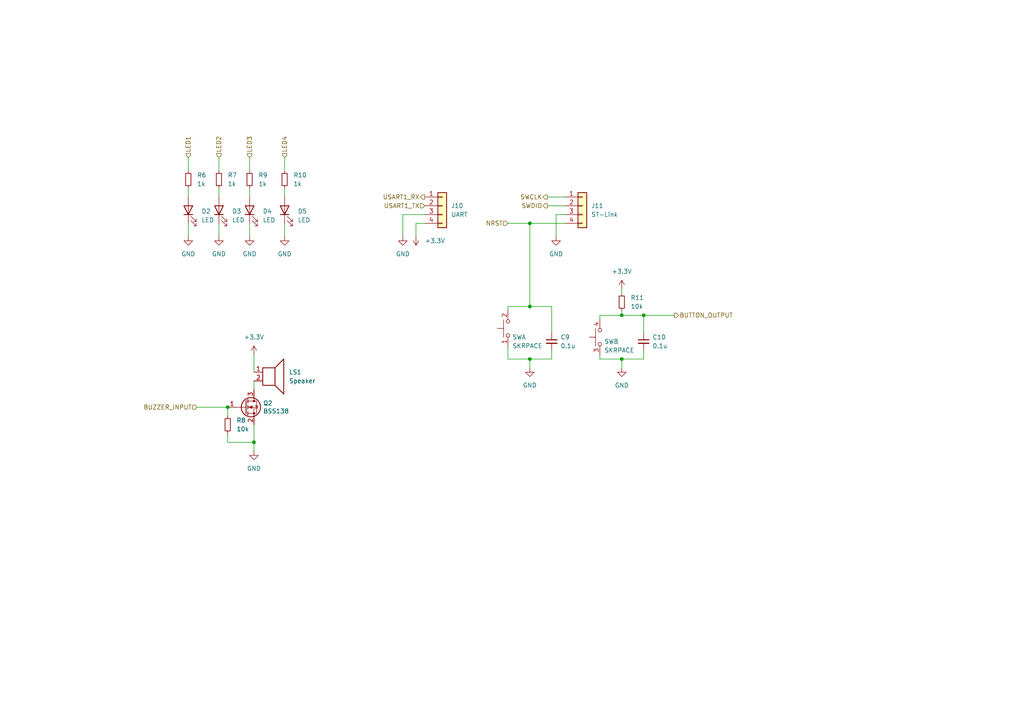
<source format=kicad_sch>
(kicad_sch (version 20211123) (generator eeschema)
  (paper "A4")
  (lib_symbols
    (symbol "Connector_Generic:Conn_01x04" (pin_names (offset 1.016) hide)
      (property "Reference" "J" (at 0 5.08 0))
      (property "Value" "Conn_01x04" (at 0 -7.62 0))
      (symbol "Conn_01x04_1_1"
        (rectangle (start -1.27 -4.953) (end 0 -5.207) (stroke (width 0.1524)))
        (rectangle (start -1.27 -2.413) (end 0 -2.667) (stroke (width 0.1524)))
        (rectangle (start -1.27 0.127) (end 0 -0.127) (stroke (width 0.1524)))
        (rectangle (start -1.27 2.667) (end 0 2.413) (stroke (width 0.1524)))
        (rectangle (start -1.27 3.81) (end 1.27 -6.35) (stroke (width 0.254)) (fill (type background)))
        (pin passive line (at -5.08 2.54 0) (length 3.81) (name "Pin_1") (number "1"))
        (pin passive line (at -5.08 0 0) (length 3.81) (name "Pin_2") (number "2"))
        (pin passive line (at -5.08 -2.54 0) (length 3.81) (name "Pin_3") (number "3"))
        (pin passive line (at -5.08 -5.08 0) (length 3.81) (name "Pin_4") (number "4"))
      )
    )
    (symbol "Device:C_Small" (pin_numbers hide) (pin_names (offset 0.254) hide)
      (property "Reference" "C" (at 0.254 1.778 0))
      (property "Value" "C_Small" (at 0.254 -2.032 0))
      (symbol "C_Small_0_1"
        (polyline (pts (xy -1.524 -0.508) (xy 1.524 -0.508)) (stroke (width 0.3302)))
        (polyline (pts (xy -1.524 0.508) (xy 1.524 0.508)) (stroke (width 0.3048)))
      )
      (symbol "C_Small_1_1"
        (pin passive line (at 0 2.54 270) (length 2.032) (name "~") (number "1"))
        (pin passive line (at 0 -2.54 90) (length 2.032) (name "~") (number "2"))
      )
    )
    (symbol "Device:LED" (pin_numbers hide) (pin_names (offset 1.016) hide)
      (property "Reference" "D" (at 0 2.54 0))
      (property "Value" "LED" (at 0 -2.54 0))
      (symbol "LED_0_1"
        (polyline (pts (xy -1.27 -1.27) (xy -1.27 1.27)) (stroke (width 0.254)))
        (polyline (pts (xy -1.27 0) (xy 1.27 0)))
        (polyline (pts (xy 1.27 -1.27) (xy 1.27 1.27) (xy -1.27 0) (xy 1.27 -1.27)) (stroke (width 0.254)))
        (polyline (pts (xy -3.048 -0.762) (xy -4.572 -2.286) (xy -3.81 -2.286) (xy -4.572 -2.286) (xy -4.572 -1.524)))
        (polyline (pts (xy -1.778 -0.762) (xy -3.302 -2.286) (xy -2.54 -2.286) (xy -3.302 -2.286) (xy -3.302 -1.524)))
      )
      (symbol "LED_1_1"
        (pin passive line (at -3.81 0 0) (length 2.54) (name "K") (number "1"))
        (pin passive line (at 3.81 0 180) (length 2.54) (name "A") (number "2"))
      )
    )
    (symbol "Device:R_Small" (pin_numbers hide) (pin_names (offset 0.254) hide)
      (property "Reference" "R" (at 0.762 0.508 0))
      (property "Value" "R_Small" (at 0.762 -1.016 0))
      (symbol "R_Small_0_1"
        (rectangle (start -0.762 1.778) (end 0.762 -1.778) (stroke (width 0.2032)))
      )
      (symbol "R_Small_1_1"
        (pin passive line (at 0 2.54 270) (length 0.762) (name "~") (number "1"))
        (pin passive line (at 0 -2.54 90) (length 0.762) (name "~") (number "2"))
      )
    )
    (symbol "Device:Speaker" (pin_names (offset 0) hide)
      (property "Reference" "LS" (at 1.27 5.715 0))
      (property "Value" "Speaker" (at 1.27 3.81 0))
      (symbol "Speaker_0_0"
        (rectangle (start -2.54 1.27) (end 1.016 -3.81) (stroke (width 0.254)))
        (polyline (pts (xy 1.016 1.27) (xy 3.556 3.81) (xy 3.556 -6.35) (xy 1.016 -3.81)) (stroke (width 0.254)))
      )
      (symbol "Speaker_1_1"
        (pin input line (at -5.08 0 0) (length 2.54) (name "1") (number "1"))
        (pin input line (at -5.08 -2.54 0) (length 2.54) (name "2") (number "2"))
      )
    )
    (symbol "Switch:SW_Push_Dual_x2" (pin_names (offset 1.016) hide)
      (property "Reference" "SW" (at 1.27 2.54 0))
      (property "Value" "SW_Push_Dual_x2" (at 0 -1.524 0))
      (symbol "SW_Push_Dual_x2_0_1"
        (circle (center -2.032 0) (radius 0.508))
        (polyline (pts (xy 0 1.27) (xy 0 3.048)))
        (polyline (pts (xy 2.54 1.27) (xy -2.54 1.27)))
        (circle (center 2.032 0) (radius 0.508))
      )
      (symbol "SW_Push_Dual_x2_1_1"
        (pin passive line (at -5.08 0 0) (length 2.54) (name "C") (number "1"))
        (pin passive line (at 5.08 0 180) (length 2.54) (name "D") (number "2"))
      )
      (symbol "SW_Push_Dual_x2_2_1"
        (pin passive line (at -5.08 0 0) (length 2.54) (name "C") (number "3"))
        (pin passive line (at 5.08 0 180) (length 2.54) (name "D") (number "4"))
      )
    )
    (symbol "Transistor_FET:BSS138" (pin_names hide)
      (property "Reference" "Q" (at 5.08 1.905 0))
      (property "Value" "BSS138" (at 5.08 0 0))
      (symbol "BSS138_0_1"
        (polyline (pts (xy 0.254 0) (xy -2.54 0)))
        (polyline (pts (xy 0.254 1.905) (xy 0.254 -1.905)) (stroke (width 0.254)))
        (polyline (pts (xy 0.762 -1.27) (xy 0.762 -2.286)) (stroke (width 0.254)))
        (polyline (pts (xy 0.762 0.508) (xy 0.762 -0.508)) (stroke (width 0.254)))
        (polyline (pts (xy 0.762 2.286) (xy 0.762 1.27)) (stroke (width 0.254)))
        (polyline (pts (xy 2.54 2.54) (xy 2.54 1.778)))
        (polyline (pts (xy 2.54 -2.54) (xy 2.54 0) (xy 0.762 0)))
        (polyline (pts (xy 0.762 -1.778) (xy 3.302 -1.778) (xy 3.302 1.778) (xy 0.762 1.778)))
        (polyline (pts (xy 1.016 0) (xy 2.032 0.381) (xy 2.032 -0.381) (xy 1.016 0)) (fill (type outline)))
        (polyline (pts (xy 2.794 0.508) (xy 2.921 0.381) (xy 3.683 0.381) (xy 3.81 0.254)))
        (polyline (pts (xy 3.302 0.381) (xy 2.921 -0.254) (xy 3.683 -0.254) (xy 3.302 0.381)))
        (circle (center 1.651 0) (radius 2.794) (stroke (width 0.254)))
        (circle (center 2.54 -1.778) (radius 0.254) (fill (type outline)))
        (circle (center 2.54 1.778) (radius 0.254) (fill (type outline)))
      )
      (symbol "BSS138_1_1"
        (pin input line (at -5.08 0 0) (length 2.54) (name "G") (number "1"))
        (pin passive line (at 2.54 -5.08 90) (length 2.54) (name "S") (number "2"))
        (pin passive line (at 2.54 5.08 270) (length 2.54) (name "D") (number "3"))
      )
    )
    (symbol "power:+3.3V" (power) (pin_names (offset 0))
      (property "Value" "+3.3V" (at 0 3.556 0))
      (symbol "+3.3V_0_1"
        (polyline (pts (xy -0.762 1.27) (xy 0 2.54)))
        (polyline (pts (xy 0 0) (xy 0 2.54)))
        (polyline (pts (xy 0 2.54) (xy 0.762 1.27)))
      )
      (symbol "+3.3V_1_1"
        (pin power_in line (at 0 0 90) (length 0) hide (name "+3.3V") (number "1"))
      )
    )
    (symbol "power:GND" (power) (pin_names (offset 0))
      (property "Value" "GND" (at 0 -3.81 0))
      (symbol "GND_0_1"
        (polyline (pts (xy 0 0) (xy 0 -1.27) (xy 1.27 -1.27) (xy 0 -2.54) (xy -1.27 -1.27) (xy 0 -1.27)))
      )
      (symbol "GND_1_1"
        (pin power_in line (at 0 0 270) (length 0) hide (name "GND") (number "1"))
      )
    )
  )
  (junction (at 186.69 91.44))
  (junction (at 153.67 104.14))
  (junction (at 66.04 118.11))
  (junction (at 73.66 128.27))
  (junction (at 153.67 64.77))
  (junction (at 180.34 91.44))
  (junction (at 153.67 88.9))
  (junction (at 180.34 104.14))
  (wire (pts (xy 158.75 57.15) (xy 163.83 57.15)))
  (wire (pts (xy 66.04 125.73) (xy 66.04 128.27)))
  (wire (pts (xy 173.99 104.14) (xy 173.99 102.87)))
  (wire (pts (xy 123.19 62.23) (xy 116.84 62.23)))
  (wire (pts (xy 180.34 104.14) (xy 180.34 106.68)))
  (wire (pts (xy 180.34 91.44) (xy 186.69 91.44)))
  (wire (pts (xy 73.66 128.27) (xy 73.66 130.81)))
  (wire (pts (xy 153.67 64.77) (xy 153.67 88.9)))
  (wire (pts (xy 63.5 54.61) (xy 63.5 57.15)))
  (wire (pts (xy 116.84 62.23) (xy 116.84 68.58)))
  (wire (pts (xy 186.69 104.14) (xy 180.34 104.14)))
  (wire (pts (xy 66.04 118.11) (xy 66.04 120.65)))
  (wire (pts (xy 54.61 64.77) (xy 54.61 68.58)))
  (wire (pts (xy 160.02 88.9) (xy 153.67 88.9)))
  (wire (pts (xy 158.75 59.69) (xy 163.83 59.69)))
  (wire (pts (xy 173.99 91.44) (xy 173.99 92.71)))
  (wire (pts (xy 120.65 64.77) (xy 120.65 68.58)))
  (wire (pts (xy 163.83 62.23) (xy 161.29 62.23)))
  (wire (pts (xy 147.32 64.77) (xy 153.67 64.77)))
  (wire (pts (xy 54.61 54.61) (xy 54.61 57.15)))
  (wire (pts (xy 160.02 101.6) (xy 160.02 104.14)))
  (wire (pts (xy 73.66 123.19) (xy 73.66 128.27)))
  (wire (pts (xy 63.5 45.72) (xy 63.5 49.53)))
  (wire (pts (xy 63.5 64.77) (xy 63.5 68.58)))
  (wire (pts (xy 123.19 64.77) (xy 120.65 64.77)))
  (wire (pts (xy 153.67 104.14) (xy 153.67 106.68)))
  (wire (pts (xy 173.99 91.44) (xy 180.34 91.44)))
  (wire (pts (xy 186.69 101.6) (xy 186.69 104.14)))
  (wire (pts (xy 153.67 64.77) (xy 163.83 64.77)))
  (wire (pts (xy 153.67 104.14) (xy 160.02 104.14)))
  (wire (pts (xy 180.34 83.82) (xy 180.34 85.09)))
  (wire (pts (xy 72.39 54.61) (xy 72.39 57.15)))
  (wire (pts (xy 82.55 64.77) (xy 82.55 68.58)))
  (wire (pts (xy 147.32 104.14) (xy 153.67 104.14)))
  (wire (pts (xy 57.15 118.11) (xy 66.04 118.11)))
  (wire (pts (xy 147.32 88.9) (xy 147.32 90.17)))
  (wire (pts (xy 173.99 104.14) (xy 180.34 104.14)))
  (wire (pts (xy 180.34 90.17) (xy 180.34 91.44)))
  (wire (pts (xy 66.04 128.27) (xy 73.66 128.27)))
  (wire (pts (xy 72.39 64.77) (xy 72.39 68.58)))
  (wire (pts (xy 161.29 62.23) (xy 161.29 68.58)))
  (wire (pts (xy 186.69 91.44) (xy 195.58 91.44)))
  (wire (pts (xy 82.55 45.72) (xy 82.55 49.53)))
  (wire (pts (xy 72.39 45.72) (xy 72.39 49.53)))
  (wire (pts (xy 82.55 54.61) (xy 82.55 57.15)))
  (wire (pts (xy 73.66 110.49) (xy 73.66 113.03)))
  (wire (pts (xy 160.02 88.9) (xy 160.02 96.52)))
  (wire (pts (xy 147.32 104.14) (xy 147.32 100.33)))
  (wire (pts (xy 186.69 91.44) (xy 186.69 96.52)))
  (wire (pts (xy 153.67 88.9) (xy 147.32 88.9)))
  (wire (pts (xy 73.66 102.87) (xy 73.66 107.95)))
  (wire (pts (xy 54.61 45.72) (xy 54.61 49.53)))
  (hierarchical_label "LED2" (shape input) (at 63.5 45.72 90))
  (hierarchical_label "LED3" (shape input) (at 72.39 45.72 90))
  (hierarchical_label "BUTTON_OUTPUT" (shape output) (at 195.58 91.44 0))
  (hierarchical_label "LED1" (shape input) (at 54.61 45.72 90))
  (hierarchical_label "SWDIO" (shape output) (at 158.75 59.69 180))
  (hierarchical_label "SWCLK" (shape output) (at 158.75 57.15 180))
  (hierarchical_label "USART1_TX" (shape input) (at 123.19 59.69 180))
  (hierarchical_label "BUZZER_INPUT" (shape input) (at 57.15 118.11 180))
  (hierarchical_label "NRST" (shape input) (at 147.32 64.77 180))
  (hierarchical_label "LED4" (shape input) (at 82.55 45.72 90))
  (hierarchical_label "USART1_RX" (shape output) (at 123.19 57.15 180))
  (symbol (lib_id "Device:R_Small") (at 72.39 52.07 0) (unit 1)
    (property "Reference" "R9" (at 74.93 50.7999 0) (effects (justify left)))
    (property "Value" "1k" (at 74.93 53.3399 0) (effects (justify left)))
    (property "Footprint" "Resistor_SMD:R_0805_2012Metric_Pad1.20x1.40mm_HandSolder" (effects hide))
  )
  (symbol (lib_id "Device:R_Small") (at 54.61 52.07 0) (unit 1)
    (property "Reference" "R6" (at 57.15 50.7999 0) (effects (justify left)))
    (property "Value" "1k" (at 57.15 53.3399 0) (effects (justify left)))
    (property "Footprint" "Resistor_SMD:R_0805_2012Metric_Pad1.20x1.40mm_HandSolder" (effects hide))
  )
  (symbol (lib_id "power:GND") (at 161.29 68.58 0) (unit 1)
    (property "Reference" "#PWR076" (effects hide))
    (property "Value" "GND" (at 161.29 73.66 0))
  )
  (symbol (lib_id "power:GND") (at 73.66 130.81 0) (unit 1)
    (property "Reference" "#PWR071" (effects hide))
    (property "Value" "GND" (at 73.66 135.89 0))
  )
  (symbol (lib_id "Device:R_Small") (at 82.55 52.07 0) (unit 1)
    (property "Reference" "R10" (at 85.09 50.7999 0) (effects (justify left)))
    (property "Value" "1k" (at 85.09 53.3399 0) (effects (justify left)))
    (property "Footprint" "Resistor_SMD:R_0805_2012Metric_Pad1.20x1.40mm_HandSolder" (effects hide))
  )
  (symbol (lib_id "power:GND") (at 63.5 68.58 0) (unit 1)
    (property "Reference" "#PWR068" (effects hide))
    (property "Value" "GND" (at 63.5 73.66 0))
  )
  (symbol (lib_id "Device:R_Small") (at 63.5 52.07 0) (unit 1)
    (property "Reference" "R7" (at 66.04 50.7999 0) (effects (justify left)))
    (property "Value" "1k" (at 66.04 53.3399 0) (effects (justify left)))
    (property "Footprint" "Resistor_SMD:R_0805_2012Metric_Pad1.20x1.40mm_HandSolder" (effects hide))
  )
  (symbol (lib_id "power:+3.3V") (at 120.65 68.58 180) (unit 1)
    (property "Reference" "#PWR074" (effects hide))
    (property "Value" "+3.3V" (at 123.19 69.8499 0) (effects (justify right)))
  )
  (symbol (lib_id "power:GND") (at 116.84 68.58 0) (unit 1)
    (property "Reference" "#PWR073" (effects hide))
    (property "Value" "GND" (at 116.84 73.66 0))
  )
  (symbol (lib_id "Device:LED") (at 63.5 60.96 90) (unit 1)
    (property "Reference" "D3" (at 67.31 61.2774 90) (effects (justify right)))
    (property "Value" "LED" (at 67.31 63.8174 90) (effects (justify right)))
    (property "Footprint" "LED_SMD:LED_0603_1608Metric_Pad1.05x0.95mm_HandSolder" (effects hide))
  )
  (symbol (lib_id "Device:Speaker") (at 78.74 107.95 0) (unit 1)
    (property "Reference" "LS1" (at 83.82 107.9499 0) (effects (justify left)))
    (property "Value" "Speaker" (at 83.82 110.4899 0) (effects (justify left)))
    (property "Footprint" "omni:STM0440-T-R" (effects hide))
  )
  (symbol (lib_id "Switch:SW_Push_Dual_x2") (at 173.99 97.79 90) (unit 2)
    (property "Reference" "SW" (at 175.26 99.0599 90) (effects (justify right)))
    (property "Value" "SKRPACE" (at 175.26 101.5999 90) (effects (justify right)))
    (property "Footprint" "Button_Switch_SMD:SW_Push_1P1T_NO_Vertical_Wuerth_434133025816" (effects hide))
  )
  (symbol (lib_id "Device:LED") (at 82.55 60.96 90) (unit 1)
    (property "Reference" "D5" (at 86.36 61.2774 90) (effects (justify right)))
    (property "Value" "LED" (at 86.36 63.8174 90) (effects (justify right)))
    (property "Footprint" "LED_SMD:LED_0603_1608Metric_Pad1.05x0.95mm_HandSolder" (effects hide))
  )
  (symbol (lib_id "Device:C_Small") (at 186.69 99.06 0) (unit 1)
    (property "Reference" "C10" (at 189.23 97.7962 0) (effects (justify left)))
    (property "Value" "0.1u" (at 189.23 100.3362 0) (effects (justify left)))
    (property "Footprint" "Capacitor_SMD:C_0603_1608Metric_Pad1.08x0.95mm_HandSolder" (effects hide))
  )
  (symbol (lib_id "Device:R_Small") (at 66.04 123.19 0) (unit 1)
    (property "Reference" "R8" (at 68.58 121.9199 0) (effects (justify left)))
    (property "Value" "10k" (at 68.58 124.4599 0) (effects (justify left)))
    (property "Footprint" "Resistor_SMD:R_0805_2012Metric_Pad1.20x1.40mm_HandSolder" (effects hide))
  )
  (symbol (lib_id "power:GND") (at 82.55 68.58 0) (unit 1)
    (property "Reference" "#PWR072" (effects hide))
    (property "Value" "GND" (at 82.55 73.66 0))
  )
  (symbol (lib_id "Switch:SW_Push_Dual_x2") (at 147.32 95.25 90) (unit 1)
    (property "Reference" "SW" (at 148.59 97.7899 90) (effects (justify right)))
    (property "Value" "SKRPACE" (at 148.59 100.3299 90) (effects (justify right)))
    (property "Footprint" "Button_Switch_SMD:SW_Push_1P1T_NO_Vertical_Wuerth_434133025816" (effects hide))
  )
  (symbol (lib_id "power:GND") (at 153.67 106.68 0) (unit 1)
    (property "Reference" "#PWR075" (effects hide))
    (property "Value" "GND" (at 153.67 111.76 0))
  )
  (symbol (lib_id "Device:C_Small") (at 160.02 99.06 0) (unit 1)
    (property "Reference" "C9" (at 162.56 97.7962 0) (effects (justify left)))
    (property "Value" "0.1u" (at 162.56 100.3362 0) (effects (justify left)))
    (property "Footprint" "Capacitor_SMD:C_0603_1608Metric_Pad1.08x0.95mm_HandSolder" (effects hide))
  )
  (symbol (lib_id "power:+3.3V") (at 180.34 83.82 0) (unit 1)
    (property "Reference" "#PWR077" (effects hide))
    (property "Value" "+3.3V" (at 180.34 78.74 0))
  )
  (symbol (lib_id "Device:LED") (at 72.39 60.96 90) (unit 1)
    (property "Reference" "D4" (at 76.2 61.2774 90) (effects (justify right)))
    (property "Value" "LED" (at 76.2 63.8174 90) (effects (justify right)))
    (property "Footprint" "LED_SMD:LED_0603_1608Metric_Pad1.05x0.95mm_HandSolder" (effects hide))
  )
  (symbol (lib_id "power:+3.3V") (at 73.66 102.87 0) (unit 1)
    (property "Reference" "#PWR070" (effects hide))
    (property "Value" "+3.3V" (at 73.66 97.79 0))
  )
  (symbol (lib_id "power:GND") (at 180.34 106.68 0) (unit 1)
    (property "Reference" "#PWR078" (effects hide))
    (property "Value" "GND" (at 180.34 111.76 0))
  )
  (symbol (lib_id "power:GND") (at 72.39 68.58 0) (unit 1)
    (property "Reference" "#PWR069" (effects hide))
    (property "Value" "GND" (at 72.39 73.66 0))
  )
  (symbol (lib_id "Device:LED") (at 54.61 60.96 90) (unit 1)
    (property "Reference" "D2" (at 58.42 61.2774 90) (effects (justify right)))
    (property "Value" "LED" (at 58.42 63.8174 90) (effects (justify right)))
    (property "Footprint" "LED_SMD:LED_0603_1608Metric_Pad1.05x0.95mm_HandSolder" (effects hide))
  )
  (symbol (lib_id "power:GND") (at 54.61 68.58 0) (unit 1)
    (property "Reference" "#PWR067" (effects hide))
    (property "Value" "GND" (at 54.61 73.66 0))
  )
  (symbol (lib_id "Connector_Generic:Conn_01x04") (at 168.91 59.69 0) (unit 1)
    (property "Reference" "J11" (at 171.45 59.6899 0) (effects (justify left)))
    (property "Value" "ST-Link" (at 171.45 62.2299 0) (effects (justify left)))
    (property "Footprint" "Connector_JST:JST_SH_BM04B-SRSS-TB_1x04-1MP_P1.00mm_Vertical" (effects hide))
  )
  (symbol (lib_id "Transistor_FET:BSS138") (at 71.12 118.11 0) (unit 1)
    (property "Reference" "Q2" (at 76.3016 116.9416 0) (effects (justify left)))
    (property "Value" "BSS138" (at 76.3016 119.253 0) (effects (justify left)))
    (property "Footprint" "Package_TO_SOT_SMD:SOT-23" (effects hide))
    (property "Datasheet" "https://www.onsemi.com/pub/Collateral/BSS138-D.PDF" (effects hide))
  )
  (symbol (lib_id "Connector_Generic:Conn_01x04") (at 128.27 59.69 0) (unit 1)
    (property "Reference" "J10" (at 130.81 59.6899 0) (effects (justify left)))
    (property "Value" "UART" (at 130.81 62.2299 0) (effects (justify left)))
    (property "Footprint" "Connector_PinHeader_2.54mm:PinHeader_1x04_P2.54mm_Horizontal" (effects hide))
  )
  (symbol (lib_id "Device:R_Small") (at 180.34 87.63 0) (unit 1)
    (property "Reference" "R11" (at 182.88 86.3599 0) (effects (justify left)))
    (property "Value" "10k" (at 182.88 88.8999 0) (effects (justify left)))
    (property "Footprint" "Resistor_SMD:R_0805_2012Metric_Pad1.20x1.40mm_HandSolder" (effects hide))
  )
)
</source>
